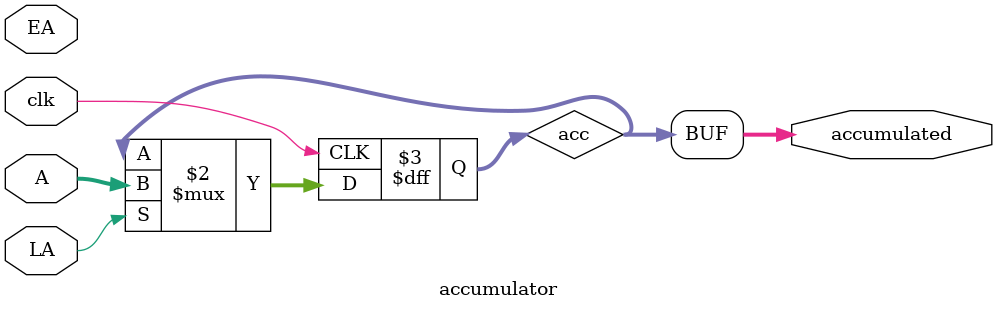
<source format=v>
`timescale 1ns / 1ps

module accumulator(input [7:0] A,input LA, EA, clk, output [7:0] accumulated );
reg [7:0] acc;
always @(posedge clk)
begin
acc=LA?A:acc;
end
assign accumulated = acc;
endmodule

</source>
